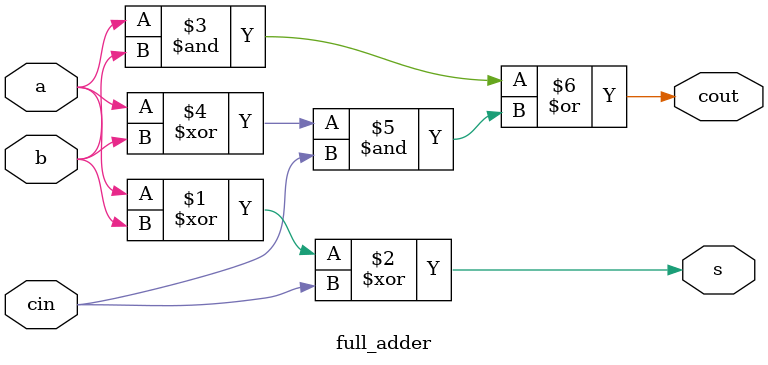
<source format=v>
`timescale 1ns / 1ps


module full_adder(
    input a,b,cin,
    output s,cout
    );
    assign s = (a^b)^cin;
    assign cout = (a&b)|((a^b)&cin);
endmodule

</source>
